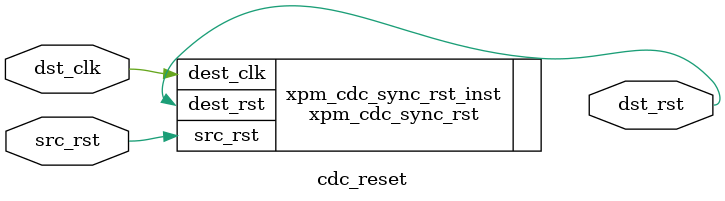
<source format=v>
`timescale 1ns / 1ps

module blk_ep_in_ctl (
	input wire rst,
	input wire usb_clk,
	input wire axis_clk,
	input wire blk_in_xfer,
	output wire blk_xfer_in_has_data,
	output wire [7:0]blk_xfer_in_data,
	output wire blk_xfer_in_data_valid,
	input wire blk_xfer_in_data_ready,
	output wire blk_xfer_in_data_last,
	input wire [7:0]axis_tdata,
	input wire axis_tvalid,
	output wire axis_tready,
	input wire axis_tlast
);

localparam [0:0]
	STATE_IDLE = 0,
	STATE_XFER = 1;

reg [0:0]state;
wire s_axis_tvalid;
wire s_axis_tready;
wire [7:0]s_axis_tdata;
wire s_axis_tlast;
wire m_axis_tvalid;
wire m_axis_tready;
wire [7:0]m_axis_tdata;
wire m_axis_tlast;
wire prog_full;
wire was_last_usb;
wire prog_full_usb;
reg was_last;
reg blk_xfer_in_has_data_out;
wire axis_rst;

assign blk_xfer_in_has_data = blk_xfer_in_has_data_out;

assign s_axis_tdata = axis_tdata;
assign s_axis_tvalid = axis_tvalid;
assign axis_tready = s_axis_tready;
assign s_axis_tlast = axis_tlast;

assign blk_xfer_in_data = m_axis_tdata;
assign blk_xfer_in_data_valid = m_axis_tvalid;
assign m_axis_tready = blk_xfer_in_data_ready;
assign blk_xfer_in_data_last = m_axis_tlast;

always @(posedge usb_clk) begin
	if (rst == 1'b1) begin
		state <= STATE_IDLE;
		blk_xfer_in_has_data_out <= 1'b0;
	end else begin
		case (state)
		STATE_IDLE: begin
			if ((was_last_usb == 1'b1) || (prog_full_usb == 1'b1)) begin
				blk_xfer_in_has_data_out <= 1'b1;
			end
			if (blk_in_xfer == 1'b1) begin
				state <= STATE_XFER;
			end
		end
		STATE_XFER: begin
			if (blk_in_xfer == 1'b0) begin
				blk_xfer_in_has_data_out <= 1'b0;
				state <= STATE_IDLE;
			end
		end
		endcase
	end
end

always @(posedge axis_clk) begin
	if (axis_rst == 1'b1) begin
		was_last <= 1'b0;
	end else begin
		if ((s_axis_tvalid == 1'b1) && (s_axis_tready == 1'b1) && (s_axis_tlast == 1'b1)) begin
			was_last <= 1'b1;
		end else if ((s_axis_tvalid == 1'b1) && (s_axis_tready == 1'b1) && (s_axis_tlast == 1'b0)) begin
			was_last <= 1'b0;
		end
	end
end

blk_fifo #(
	.CLOCK_MODE("ASYNC"),
	.FIFO_PACKET(0),
	.FIFO_DEPTH(1024),
	.DATA_WIDTH(8),
	.PROG_FULL_THRESHOLD(64)
) blk_in_fifo (
	.m_aclk(usb_clk),
	.s_aclk(axis_clk),
	.s_aresetn(~axis_rst),
	.s_axis_tvalid(s_axis_tvalid),
	.s_axis_tready(s_axis_tready),
	.s_axis_tdata(s_axis_tdata),
	.s_axis_tlast(s_axis_tlast),
	.m_axis_tvalid(m_axis_tvalid),
	.m_axis_tready(m_axis_tready),
	.m_axis_tdata(m_axis_tdata),
	.m_axis_tlast(m_axis_tlast),
	.axis_prog_full(prog_full)
);

cdc_array #(
	.WIDTH(2)
) cdc_array_inst (
	.src_clk(axis_clk),
	.src_data({prog_full,was_last}),
	.dst_clk(usb_clk),
	.dst_data({prog_full_usb,was_last_usb})
);

cdc_reset cdc_reset_inst (
	.src_rst(rst),
	.dst_clk(axis_clk),
	.dst_rst(axis_rst)
);

endmodule

module cdc_array #(
	parameter WIDTH = 2
)
(
	input wire src_clk,
	input wire [WIDTH-1:0]src_data,
	input wire dst_clk,
	output wire [WIDTH-1:0]dst_data
);

xpm_cdc_array_single #(
	.DEST_SYNC_FF(3),
	.INIT_SYNC_FF(0),
	.SIM_ASSERT_CHK(0),
	.SRC_INPUT_REG(1),
	.WIDTH(WIDTH)
) xpm_cdc_array_single_inst (
	.dest_out(dst_data),
	.dest_clk(dst_clk),
	.src_clk(src_clk),
	.src_in(src_data)
);

endmodule

module cdc_reset (
	input wire src_rst,
	input wire dst_clk,
	output wire dst_rst
);

xpm_cdc_sync_rst #(
	.DEST_SYNC_FF(4),
	.INIT(1),
	.INIT_SYNC_FF(0),
	.SIM_ASSERT_CHK(0)
) xpm_cdc_sync_rst_inst (
	.dest_rst(dst_rst),
	.dest_clk(dst_clk),
	.src_rst(src_rst)
);

endmodule

</source>
